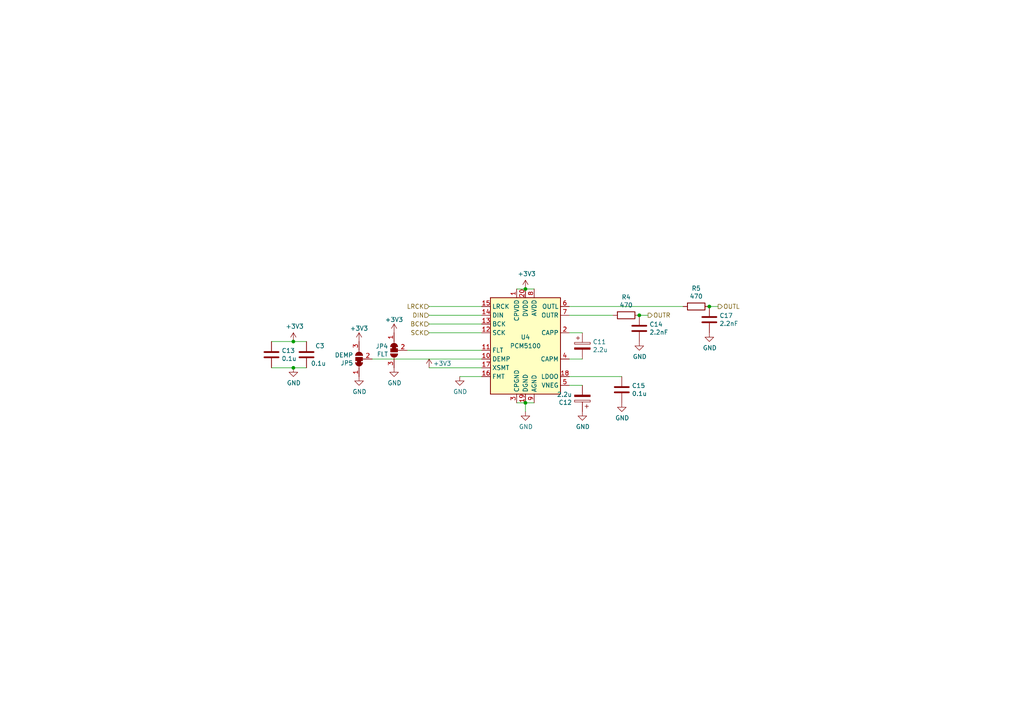
<source format=kicad_sch>
(kicad_sch (version 20250114) (generator "eeschema") (generator_version "9.0")
  (paper "A4")
  (title_block (title "Modulo completo") (date "2023-06-13") (company "Domosónica"))
  (lib_symbols
    (symbol "Audio:PCM5100"
      (property "Reference" "U" (at -10.16 13.97 0))
      (property "Value" "PCM5100" (at 3.81 13.97 0))
      (symbol "PCM5100_0_1"
        (rectangle (start -10.16 12.7) (end 10.16 -15.24) (stroke (width 0.254)) (fill (type background)))
      )
      (symbol "PCM5100_1_1"
        (pin input line (at -12.7 10.16 0) (length 2.54) (name "LRCK") (number "15"))
        (pin input line (at -12.7 7.62 0) (length 2.54) (name "DIN") (number "14"))
        (pin input line (at -12.7 5.08 0) (length 2.54) (name "BCK") (number "13"))
        (pin input line (at -12.7 2.54 0) (length 2.54) (name "SCK") (number "12"))
        (pin input line (at -12.7 -2.54 0) (length 2.54) (name "FLT") (number "11"))
        (pin input line (at -12.7 -5.08 0) (length 2.54) (name "DEMP") (number "10"))
        (pin input line (at -12.7 -7.62 0) (length 2.54) (name "XSMT") (number "17"))
        (pin input line (at -12.7 -10.16 0) (length 2.54) (name "FMT") (number "16"))
        (pin passive line (at -2.54 15.24 270) (length 2.54) (name "CPVDD") (number "1"))
        (pin power_in line (at -2.54 -17.78 90) (length 2.54) (name "CPGND") (number "3"))
        (pin power_in line (at 0 15.24 270) (length 2.54) (name "DVDD") (number "20"))
        (pin power_in line (at 0 -17.78 90) (length 2.54) (name "DGND") (number "19"))
        (pin power_in line (at 2.54 15.24 270) (length 2.54) (name "AVDD") (number "8"))
        (pin power_in line (at 2.54 -17.78 90) (length 2.54) (name "AGND") (number "9"))
        (pin output line (at 12.7 10.16 180) (length 2.54) (name "OUTL") (number "6"))
        (pin output line (at 12.7 7.62 180) (length 2.54) (name "OUTR") (number "7"))
        (pin passive line (at 12.7 2.54 180) (length 2.54) (name "CAPP") (number "2"))
        (pin passive line (at 12.7 -5.08 180) (length 2.54) (name "CAPM") (number "4"))
        (pin passive line (at 12.7 -10.16 180) (length 2.54) (name "LDOO") (number "18"))
        (pin passive line (at 12.7 -12.7 180) (length 2.54) (name "VNEG") (number "5"))
      )
    )
    (symbol "Device:C" (pin_numbers (hide yes)) (pin_names (offset 0.254))
      (property "Reference" "C" (at 0.635 2.54 0))
      (property "Value" "C" (at 0.635 -2.54 0))
      (symbol "C_0_1"
        (polyline (pts (xy -2.032 0.762) (xy 2.032 0.762)) (stroke (width 0.508)))
        (polyline (pts (xy -2.032 -0.762) (xy 2.032 -0.762)) (stroke (width 0.508)))
      )
      (symbol "C_1_1"
        (pin passive line (at 0 3.81 270) (length 2.794) (name "~") (number "1"))
        (pin passive line (at 0 -3.81 90) (length 2.794) (name "~") (number "2"))
      )
    )
    (symbol "Device:C_Polarized" (pin_numbers (hide yes)) (pin_names (offset 0.254))
      (property "Reference" "C" (at 0.635 2.54 0))
      (property "Value" "C_Polarized" (at 0.635 -2.54 0))
      (symbol "C_Polarized_0_1"
        (rectangle (start -2.286 0.508) (end 2.286 1.016))
        (polyline (pts (xy -1.778 2.286) (xy -0.762 2.286)))
        (polyline (pts (xy -1.27 2.794) (xy -1.27 1.778)))
        (rectangle (start 2.286 -0.508) (end -2.286 -1.016) (fill (type outline)))
      )
      (symbol "C_Polarized_1_1"
        (pin passive line (at 0 3.81 270) (length 2.794) (name "~") (number "1"))
        (pin passive line (at 0 -3.81 90) (length 2.794) (name "~") (number "2"))
      )
    )
    (symbol "Device:R" (pin_numbers (hide yes)) (pin_names (offset 0))
      (property "Reference" "R" (at 2.032 0 90))
      (property "Value" "R" (at 0 0 90))
      (symbol "R_0_1"
        (rectangle (start -1.016 -2.54) (end 1.016 2.54) (stroke (width 0.254)))
      )
      (symbol "R_1_1"
        (pin passive line (at 0 3.81 270) (length 1.27) (name "~") (number "1"))
        (pin passive line (at 0 -3.81 90) (length 1.27) (name "~") (number "2"))
      )
    )
    (symbol "Jumper:SolderJumper_3_Bridged12" (pin_names (offset 0) (hide yes))
      (property "Reference" "JP" (at -2.54 -2.54 0))
      (property "Value" "SolderJumper_3_Bridged12" (at 0 2.794 0))
      (symbol "SolderJumper_3_Bridged12_0_1"
        (polyline (pts (xy -2.54 0) (xy -2.032 0)))
        (polyline (pts (xy -1.016 1.016) (xy -1.016 -1.016)))
        (rectangle (start -1.016 0.508) (end -0.508 -0.508) (fill (type outline)))
        (arc (start -1.016 -1.016) (mid -2.0276 0) (end -1.016 1.016))
        (arc (start -1.016 -1.016) (mid -2.0276 0) (end -1.016 1.016) (fill (type outline)))
        (rectangle (start -0.508 1.016) (end 0.508 -1.016) (fill (type outline)))
        (polyline (pts (xy 0 -1.27) (xy 0 -1.016)))
        (arc (start 1.016 1.016) (mid 2.0276 0) (end 1.016 -1.016))
        (arc (start 1.016 1.016) (mid 2.0276 0) (end 1.016 -1.016) (fill (type outline)))
        (polyline (pts (xy 1.016 1.016) (xy 1.016 -1.016)))
        (polyline (pts (xy 2.54 0) (xy 2.032 0)))
      )
      (symbol "SolderJumper_3_Bridged12_1_1"
        (pin passive line (at -5.08 0 0) (length 2.54) (name "A") (number "1"))
        (pin passive line (at 0 -3.81 90) (length 2.54) (name "C") (number "2"))
        (pin passive line (at 5.08 0 180) (length 2.54) (name "B") (number "3"))
      )
    )
    (symbol "power:+3.3V" (power) (pin_names (offset 0))
      (property "Value" "+3.3V" (at 0 3.556 0))
      (symbol "+3.3V_0_1"
        (polyline (pts (xy -0.762 1.27) (xy 0 2.54)))
        (polyline (pts (xy 0 2.54) (xy 0.762 1.27)))
        (polyline (pts (xy 0 0) (xy 0 2.54)))
      )
      (symbol "+3.3V_1_1"
        (pin power_in line (at 0 0 90) (length 0) (hide yes) (name "+3V3") (number "1"))
      )
    )
    (symbol "power:GND" (power) (pin_names (offset 0))
      (property "Value" "GND" (at 0 -3.81 0))
      (symbol "GND_0_1"
        (polyline (pts (xy 0 0) (xy 0 -1.27) (xy 1.27 -1.27) (xy 0 -2.54) (xy -1.27 -1.27) (xy 0 -1.27)))
      )
      (symbol "GND_1_1"
        (pin power_in line (at 0 0 270) (length 0) (hide yes) (name "GND") (number "1"))
      )
    )
  )
  (junction (at 205.74 88.9))
  (junction (at 85.09 99.06))
  (junction (at 152.4 83.82))
  (junction (at 152.4 116.84))
  (junction (at 185.42 91.44))
  (junction (at 85.09 106.68))
  (wire (pts (xy 133.35 109.22) (xy 139.7 109.22)))
  (wire (pts (xy 107.95 104.14) (xy 139.7 104.14)))
  (wire (pts (xy 124.46 96.52) (xy 139.7 96.52)))
  (wire (pts (xy 152.4 83.82) (xy 154.94 83.82)))
  (wire (pts (xy 88.9 106.68) (xy 85.09 106.68)))
  (wire (pts (xy 124.46 91.44) (xy 139.7 91.44)))
  (wire (pts (xy 152.4 116.84) (xy 152.4 119.38)))
  (wire (pts (xy 165.1 111.76) (xy 168.91 111.76)))
  (wire (pts (xy 165.1 91.44) (xy 177.8 91.44)))
  (wire (pts (xy 124.46 88.9) (xy 139.7 88.9)))
  (wire (pts (xy 118.11 101.6) (xy 139.7 101.6)))
  (wire (pts (xy 88.9 99.06) (xy 85.09 99.06)))
  (wire (pts (xy 149.86 116.84) (xy 152.4 116.84)))
  (wire (pts (xy 78.74 99.06) (xy 85.09 99.06)))
  (wire (pts (xy 165.1 109.22) (xy 180.34 109.22)))
  (wire (pts (xy 165.1 88.9) (xy 198.12 88.9)))
  (wire (pts (xy 124.46 106.68) (xy 139.7 106.68)))
  (wire (pts (xy 185.42 91.44) (xy 187.96 91.44)))
  (wire (pts (xy 149.86 83.82) (xy 152.4 83.82)))
  (wire (pts (xy 165.1 96.52) (xy 168.91 96.52)))
  (wire (pts (xy 152.4 116.84) (xy 154.94 116.84)))
  (wire (pts (xy 205.74 88.9) (xy 208.28 88.9)))
  (wire (pts (xy 124.46 93.98) (xy 139.7 93.98)))
  (wire (pts (xy 78.74 106.68) (xy 85.09 106.68)))
  (wire (pts (xy 168.91 104.14) (xy 165.1 104.14)))
  (hierarchical_label "LRCK" (shape input) (at 124.46 88.9 180))
  (hierarchical_label "BCK" (shape input) (at 124.46 93.98 180))
  (hierarchical_label "OUTL" (shape output) (at 208.28 88.9 0))
  (hierarchical_label "SCK" (shape input) (at 124.46 96.52 180))
  (hierarchical_label "OUTR" (shape output) (at 187.96 91.44 0))
  (hierarchical_label "DIN" (shape input) (at 124.46 91.44 180))
  (symbol (lib_id "Audio:PCM5100") (at 152.4 99.06 0) (unit 1)
    (property "Reference" "U4" (at 152.4 97.79 0))
    (property "Value" "PCM5100" (at 152.4 100.33 0))
    (property "Footprint" "Package_SO:TSSOP-20_4.4x6.5mm_P0.65mm" (effects (hide yes)))
    (property "Datasheet" "http://www.ti.com/lit/ds/symlink/pcm5100.pdf" (effects (hide yes)))
  )
  (symbol (lib_id "power:+3.3V") (at 152.4 83.82 0) (unit 1)
    (property "Reference" "#PWR0120" (effects (hide yes)))
    (property "Value" "+3V3" (at 152.781 79.4258 0))
  )
  (symbol (lib_id "power:GND") (at 152.4 119.38 0) (unit 1)
    (property "Reference" "#PWR0121" (effects (hide yes)))
    (property "Value" "GND" (at 152.527 123.7742 0))
  )
  (symbol (lib_id "Device:R") (at 201.93 88.9 270) (unit 1)
    (property "Reference" "R5" (at 201.93 83.6422 90))
    (property "Value" "470" (at 201.93 85.9536 90))
    (property "Footprint" "Resistor_THT:R_Axial_DIN0207_L6.3mm_D2.5mm_P7.62mm_Horizontal" (effects (hide yes)))
  )
  (symbol (lib_id "Device:C") (at 205.74 92.71 0) (unit 1)
    (property "Reference" "C17" (at 208.661 91.5416 0) (effects (justify left)))
    (property "Value" "2.2nF" (at 208.661 93.853 0) (effects (justify left)))
    (property "Footprint" "Capacitor_THT:C_Rect_L7.0mm_W2.5mm_P5.00mm" (effects (hide yes)))
  )
  (symbol (lib_id "Device:C_Polarized") (at 168.91 100.33 0) (unit 1)
    (property "Reference" "C11" (at 171.9072 99.1616 0) (effects (justify left)))
    (property "Value" "2.2u" (at 171.9072 101.473 0) (effects (justify left)))
    (property "Footprint" "Capacitor_THT:C_Radial_D5.0mm_H11.0mm_P2.00mm" (effects (hide yes)))
  )
  (symbol (lib_id "Device:R") (at 181.61 91.44 270) (unit 1)
    (property "Reference" "R4" (at 181.61 86.1822 90))
    (property "Value" "470" (at 181.61 88.4936 90))
    (property "Footprint" "Resistor_THT:R_Axial_DIN0207_L6.3mm_D2.5mm_P7.62mm_Horizontal" (effects (hide yes)))
  )
  (symbol (lib_id "Device:C_Polarized") (at 168.91 115.57 180) (unit 1)
    (property "Reference" "C12" (at 165.9128 116.7384 0) (effects (justify left)))
    (property "Value" "2.2u" (at 165.9128 114.427 0) (effects (justify left)))
    (property "Footprint" "Capacitor_THT:C_Radial_D5.0mm_H11.0mm_P2.00mm" (effects (hide yes)))
  )
  (symbol (lib_id "power:GND") (at 168.91 119.38 0) (unit 1)
    (property "Reference" "#PWR0122" (effects (hide yes)))
    (property "Value" "GND" (at 169.037 123.7742 0))
  )
  (symbol (lib_id "Device:C") (at 78.74 102.87 0) (unit 1)
    (property "Reference" "C13" (at 81.661 101.7016 0) (effects (justify left)))
    (property "Value" "0.1u" (at 81.661 104.013 0) (effects (justify left)))
    (property "Footprint" "Capacitor_SMD:C_0805_2012Metric_Pad1.18x1.45mm_HandSolder" (effects (hide yes)))
  )
  (symbol (lib_id "power:GND") (at 85.09 106.68 0) (unit 1)
    (property "Reference" "#PWR0123" (effects (hide yes)))
    (property "Value" "GND" (at 85.217 111.0742 0))
  )
  (symbol (lib_id "power:+3.3V") (at 85.09 99.06 0) (unit 1)
    (property "Reference" "#PWR0124" (effects (hide yes)))
    (property "Value" "+3V3" (at 85.471 94.6658 0))
  )
  (symbol (lib_id "Device:C") (at 185.42 95.25 0) (unit 1)
    (property "Reference" "C14" (at 188.341 94.0816 0) (effects (justify left)))
    (property "Value" "2.2nF" (at 188.341 96.393 0) (effects (justify left)))
    (property "Footprint" "Capacitor_THT:C_Rect_L7.0mm_W2.5mm_P5.00mm" (effects (hide yes)))
  )
  (symbol (lib_id "Device:C") (at 180.34 113.03 0) (unit 1)
    (property "Reference" "C15" (at 183.261 111.8616 0) (effects (justify left)))
    (property "Value" "0.1u" (at 183.261 114.173 0) (effects (justify left)))
    (property "Footprint" "Capacitor_SMD:C_0805_2012Metric_Pad1.18x1.45mm_HandSolder" (effects (hide yes)))
  )
  (symbol (lib_id "power:GND") (at 180.34 116.84 0) (unit 1)
    (property "Reference" "#PWR0125" (effects (hide yes)))
    (property "Value" "GND" (at 180.467 121.2342 0))
  )
  (symbol (lib_id "power:GND") (at 185.42 99.06 0) (unit 1)
    (property "Reference" "#PWR0126" (effects (hide yes)))
    (property "Value" "GND" (at 185.547 103.4542 0))
  )
  (symbol (lib_id "power:GND") (at 205.74 96.52 0) (unit 1)
    (property "Reference" "#PWR0127" (effects (hide yes)))
    (property "Value" "GND" (at 205.867 100.9142 0))
  )
  (symbol (lib_id "power:GND") (at 133.35 109.22 0) (unit 1)
    (property "Reference" "#PWR0131" (effects (hide yes)))
    (property "Value" "GND" (at 133.477 113.6142 0))
  )
  (symbol (lib_id "power:+3.3V") (at 124.46 106.68 0) (unit 1)
    (property "Reference" "#PWR0128" (effects (hide yes)))
    (property "Value" "+3V3" (at 128.27 105.41 0))
  )
  (symbol (lib_id "power:GND") (at 114.3 106.68 0) (unit 1)
    (property "Reference" "#PWR0132" (effects (hide yes)))
    (property "Value" "GND" (at 114.427 111.0742 0))
  )
  (symbol (lib_id "Jumper:SolderJumper_3_Bridged12") (at 114.3 101.6 90) (mirror x) (unit 1)
    (property "Reference" "JP4" (at 112.5982 100.4316 90) (effects (justify left)))
    (property "Value" "FLT" (at 112.5982 102.743 90) (effects (justify left)))
    (property "Footprint" "Jumper:SolderJumper-3_P1.3mm_Bridged12_RoundedPad1.0x1.5mm" (effects (hide yes)))
  )
  (symbol (lib_id "Jumper:SolderJumper_3_Bridged12") (at 104.14 104.14 90) (unit 1)
    (property "Reference" "JP5" (at 102.4382 105.3084 90) (effects (justify left)))
    (property "Value" "DEMP" (at 102.4382 102.997 90) (effects (justify left)))
    (property "Footprint" "Jumper:SolderJumper-3_P1.3mm_Bridged12_RoundedPad1.0x1.5mm" (effects (hide yes)))
  )
  (symbol (lib_id "power:+3.3V") (at 104.14 99.06 0) (unit 1)
    (property "Reference" "#PWR0139" (effects (hide yes)))
    (property "Value" "+3V3" (at 104.14 95.25 0))
  )
  (symbol (lib_id "power:GND") (at 104.14 109.22 0) (unit 1)
    (property "Reference" "#PWR0140" (effects (hide yes)))
    (property "Value" "GND" (at 104.267 113.6142 0))
  )
  (symbol (lib_id "power:+3.3V") (at 114.3 96.52 0) (unit 1)
    (property "Reference" "#PWR0133" (effects (hide yes)))
    (property "Value" "+3V3" (at 114.3 92.71 0))
  )
  (symbol (lib_id "Device:C") (at 88.9 102.87 0) (unit 1)
    (property "Reference" "C3" (at 91.44 100.33 0) (effects (justify left)))
    (property "Value" "0.1u" (at 90.17 105.41 0) (effects (justify left)))
    (property "Footprint" "Capacitor_SMD:C_0805_2012Metric_Pad1.18x1.45mm_HandSolder" (effects (hide yes)))
  )
)
</source>
